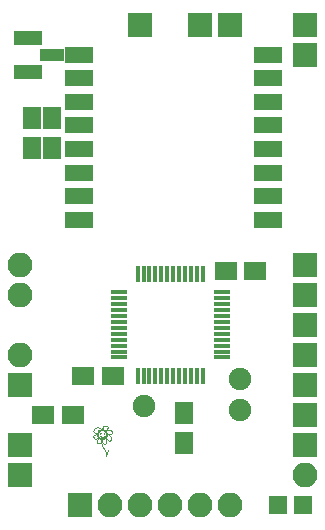
<source format=gts>
G04 #@! TF.FileFunction,Soldermask,Top*
%FSLAX46Y46*%
G04 Gerber Fmt 4.6, Leading zero omitted, Abs format (unit mm)*
G04 Created by KiCad (PCBNEW 4.0.6) date Monday, 03 July 2017 'AMt' 11:17:00*
%MOMM*%
%LPD*%
G01*
G04 APERTURE LIST*
%ADD10C,0.101600*%
%ADD11C,0.076200*%
%ADD12C,0.150000*%
%ADD13C,0.127000*%
%ADD14R,0.390000X1.440000*%
%ADD15R,1.440000X0.390000*%
%ADD16R,2.100000X2.100000*%
%ADD17O,2.100000X2.100000*%
%ADD18R,2.400000X1.400000*%
%ADD19R,1.900000X1.650000*%
%ADD20R,1.650000X1.900000*%
%ADD21R,1.598880X1.598880*%
%ADD22R,2.340000X1.190000*%
%ADD23R,2.140000X1.140000*%
%ADD24C,1.900000*%
G04 APERTURE END LIST*
D10*
X144410000Y-89820000D02*
X144570000Y-89300000D01*
X144450000Y-89600000D02*
X144410000Y-89820000D01*
X144330000Y-89320000D02*
X144450000Y-89600000D01*
X144110000Y-89020000D02*
X144330000Y-89320000D01*
X144020000Y-88590000D02*
X144110000Y-89020000D01*
X144390000Y-88600000D02*
X144390000Y-88430000D01*
X144410000Y-88700000D02*
X144390000Y-88600000D01*
X144360000Y-88790000D02*
X144410000Y-88700000D01*
X144240000Y-88820000D02*
X144360000Y-88790000D01*
X144120000Y-88690000D02*
X144240000Y-88820000D01*
X144050000Y-88500000D02*
X144120000Y-88690000D01*
X144570000Y-88500000D02*
X144480000Y-88370000D01*
X144700000Y-88530000D02*
X144570000Y-88500000D01*
X144810000Y-88490000D02*
X144700000Y-88530000D01*
X144850000Y-88390000D02*
X144810000Y-88490000D01*
X144850000Y-88250000D02*
X144850000Y-88390000D01*
X144750000Y-88110000D02*
X144850000Y-88250000D01*
X144570000Y-88000000D02*
X144750000Y-88110000D01*
X144670000Y-87970000D02*
X144570000Y-87970000D01*
X144820000Y-87960000D02*
X144670000Y-87970000D01*
X144920000Y-87890000D02*
X144820000Y-87960000D01*
X144900000Y-87740000D02*
X144920000Y-87890000D01*
X144790000Y-87640000D02*
X144900000Y-87740000D01*
X144420000Y-87650000D02*
X144790000Y-87640000D01*
X144540000Y-87520000D02*
X144450000Y-87660000D01*
X144560000Y-87410000D02*
X144540000Y-87520000D01*
X144510000Y-87300000D02*
X144560000Y-87410000D01*
X144340000Y-87270000D02*
X144510000Y-87300000D01*
X144180000Y-87330000D02*
X144340000Y-87270000D01*
X144090000Y-87600000D02*
X144180000Y-87330000D01*
X143990000Y-88510000D02*
X143980000Y-88480000D01*
X144020000Y-88490000D02*
X143990000Y-88510000D01*
X144000000Y-88510000D02*
X144020000Y-88490000D01*
X143980000Y-88620000D02*
X144000000Y-88510000D01*
X143920000Y-88730000D02*
X143980000Y-88620000D01*
X143800000Y-88770000D02*
X143920000Y-88730000D01*
X143690000Y-88730000D02*
X143800000Y-88770000D01*
X143680000Y-88540000D02*
X143690000Y-88730000D01*
X143760000Y-88340000D02*
X143680000Y-88540000D01*
X143490000Y-88380000D02*
X143740000Y-88320000D01*
X143370000Y-88300000D02*
X143490000Y-88380000D01*
X143330000Y-88170000D02*
X143370000Y-88300000D01*
X143420000Y-88020000D02*
X143330000Y-88170000D01*
X143690000Y-87970000D02*
X143420000Y-88020000D01*
X143470000Y-87850000D02*
X143680000Y-87900000D01*
X143360000Y-87680000D02*
X143470000Y-87850000D01*
X143470000Y-87490000D02*
X143360000Y-87680000D01*
X143750000Y-87420000D02*
X143470000Y-87490000D01*
X144020000Y-87560000D02*
X143750000Y-87420000D01*
D11*
X144190000Y-88230000D02*
X144310000Y-88140000D01*
X144060000Y-88240000D02*
X144190000Y-88230000D01*
X143940000Y-88170000D02*
X144060000Y-88240000D01*
D12*
X144021623Y-87950000D02*
G75*
G03X144021623Y-87950000I-31623J0D01*
G01*
D13*
X144540000Y-88030000D02*
G75*
G03X144540000Y-88030000I-410000J0D01*
G01*
D12*
X144301623Y-87950000D02*
G75*
G03X144301623Y-87950000I-31623J0D01*
G01*
D14*
X147110000Y-83090000D03*
X147610000Y-83090000D03*
X148110000Y-83090000D03*
X148610000Y-83090000D03*
X149110000Y-83090000D03*
X149610000Y-83090000D03*
X150110000Y-83090000D03*
X150610000Y-83090000D03*
X151110000Y-83090000D03*
X151610000Y-83090000D03*
X152110000Y-83090000D03*
X152610000Y-83090000D03*
D15*
X154210000Y-81490000D03*
X154210000Y-80990000D03*
X154210000Y-80490000D03*
X154210000Y-79990000D03*
X154210000Y-79490000D03*
X154210000Y-78990000D03*
X154210000Y-78490000D03*
X154210000Y-77990000D03*
X154210000Y-77490000D03*
X154210000Y-76990000D03*
X154210000Y-76490000D03*
X154210000Y-75990000D03*
D14*
X152610000Y-74390000D03*
X152110000Y-74390000D03*
X151610000Y-74390000D03*
X151110000Y-74390000D03*
X150610000Y-74390000D03*
X150110000Y-74390000D03*
X149610000Y-74390000D03*
X149110000Y-74390000D03*
X148610000Y-74390000D03*
X148110000Y-74390000D03*
X147610000Y-74390000D03*
X147110000Y-74390000D03*
D15*
X145510000Y-75990000D03*
X145510000Y-76490000D03*
X145510000Y-76990000D03*
X145510000Y-77490000D03*
X145510000Y-77990000D03*
X145510000Y-78490000D03*
X145510000Y-78990000D03*
X145510000Y-79490000D03*
X145510000Y-79990000D03*
X145510000Y-80490000D03*
X145510000Y-80990000D03*
X145510000Y-81490000D03*
D16*
X142240000Y-93980000D03*
D17*
X144780000Y-93980000D03*
X147320000Y-93980000D03*
X149860000Y-93980000D03*
X152400000Y-93980000D03*
X154940000Y-93980000D03*
D18*
X158115000Y-69850000D03*
X158115000Y-67850000D03*
X158115000Y-65850000D03*
X158115000Y-63850000D03*
X158115000Y-61850000D03*
X158115000Y-59850000D03*
X158115000Y-57850000D03*
X158115000Y-55850000D03*
X142115000Y-55850000D03*
X142115000Y-57850000D03*
X142115000Y-59850000D03*
X142115000Y-61850000D03*
X142115000Y-63850000D03*
X142115000Y-65850000D03*
X142115000Y-67850000D03*
X142115000Y-69850000D03*
D19*
X154550000Y-74200000D03*
X157050000Y-74200000D03*
X145014000Y-83058000D03*
X142514000Y-83058000D03*
D20*
X151003000Y-86233000D03*
X151003000Y-88733000D03*
D21*
X158970980Y-93980000D03*
X161069020Y-93980000D03*
D20*
X138176000Y-63734000D03*
X138176000Y-61234000D03*
X139827000Y-63734000D03*
X139827000Y-61234000D03*
D16*
X137160000Y-83820000D03*
D17*
X137160000Y-81280000D03*
D22*
X137795000Y-57355000D03*
X137795000Y-54405000D03*
D23*
X139827000Y-55880000D03*
D16*
X154940000Y-53340000D03*
X161290000Y-55880000D03*
X161290000Y-73660000D03*
X161290000Y-76200000D03*
X161290000Y-78740000D03*
X161290000Y-88900000D03*
D17*
X161290000Y-91440000D03*
D16*
X147320000Y-53340000D03*
X161290000Y-83820000D03*
D24*
X155800000Y-83350000D03*
X155750000Y-85900000D03*
X147650000Y-85600000D03*
D16*
X137160000Y-91440000D03*
D17*
X137160000Y-73660000D03*
D16*
X137160000Y-88900000D03*
D17*
X137160000Y-76200000D03*
D16*
X152400000Y-53340000D03*
D19*
X139100000Y-86400000D03*
X141600000Y-86400000D03*
D16*
X161290000Y-81280000D03*
X161290000Y-86360000D03*
X161290000Y-53340000D03*
M02*

</source>
